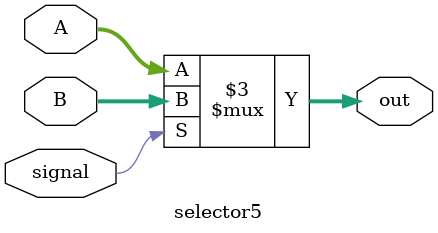
<source format=v>
`timescale 1ns / 1ps


module selector5(A,B,signal,out);
  input [4:0] A, B;
  input signal;
  output reg [4:0] out;
  always@(A or B or signal)
    out <= (signal == 1'b0 ? A : B);
endmodule
</source>
